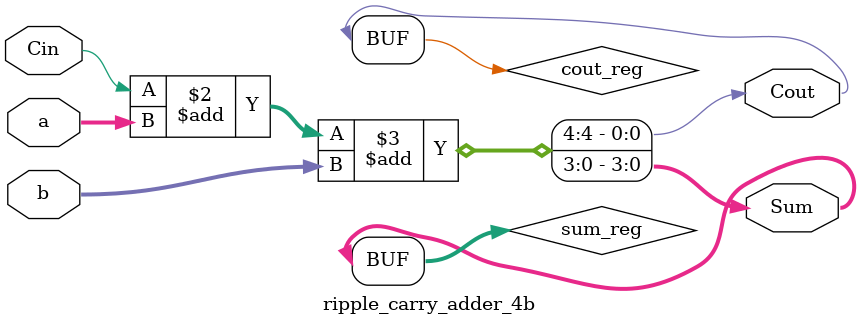
<source format=v>
`timescale 1ns / 1ps


module ripple_carry_adder_4b(
    input [3:0] a,b,
    input Cin,
    output [3:0] Sum,
    output Cout
    );

reg [3:0] sum_reg;
reg cout_reg;

// use concatenation to simplified the code. sequence order must be correct
always @(*) begin
    // if not using structural way but RTL adders
    {cout_reg, sum_reg} = Cin + a + b;
     
end


assign Sum = sum_reg[3:0];
assign Cout = cout_reg;

    
endmodule
		
	 

</source>
